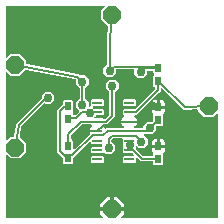
<source format=gbr>
G04 EAGLE Gerber RS-274X export*
G75*
%MOMM*%
%FSLAX34Y34*%
%LPD*%
%INTop Copper*%
%IPPOS*%
%AMOC8*
5,1,8,0,0,1.08239X$1,22.5*%
G01*
%ADD10R,0.550000X0.705600*%
%ADD11R,0.558800X0.711200*%
%ADD12R,0.812800X0.254000*%
%ADD13P,1.649562X8X22.500000*%
%ADD14C,0.152400*%
%ADD15C,0.756400*%

G36*
X91703Y10172D02*
X91703Y10172D01*
X91774Y10174D01*
X91823Y10192D01*
X91875Y10200D01*
X91938Y10234D01*
X92005Y10259D01*
X92046Y10291D01*
X92092Y10316D01*
X92142Y10368D01*
X92198Y10412D01*
X92226Y10456D01*
X92262Y10494D01*
X92292Y10559D01*
X92331Y10619D01*
X92343Y10670D01*
X92365Y10717D01*
X92373Y10788D01*
X92391Y10858D01*
X92387Y10910D01*
X92392Y10961D01*
X92377Y11032D01*
X92371Y11103D01*
X92351Y11151D01*
X92340Y11202D01*
X92303Y11263D01*
X92275Y11329D01*
X92230Y11385D01*
X92214Y11413D01*
X92196Y11428D01*
X92170Y11460D01*
X89839Y13791D01*
X89839Y16477D01*
X99238Y16477D01*
X99258Y16480D01*
X99277Y16478D01*
X99379Y16500D01*
X99481Y16517D01*
X99498Y16526D01*
X99518Y16530D01*
X99607Y16583D01*
X99698Y16632D01*
X99712Y16646D01*
X99729Y16656D01*
X99796Y16735D01*
X99867Y16810D01*
X99876Y16828D01*
X99889Y16843D01*
X99927Y16939D01*
X99971Y17033D01*
X99973Y17053D01*
X99981Y17071D01*
X99999Y17238D01*
X99999Y18001D01*
X100001Y18001D01*
X100001Y17238D01*
X100004Y17218D01*
X100002Y17199D01*
X100024Y17097D01*
X100041Y16995D01*
X100050Y16978D01*
X100054Y16958D01*
X100107Y16869D01*
X100156Y16778D01*
X100170Y16764D01*
X100180Y16747D01*
X100259Y16680D01*
X100334Y16609D01*
X100352Y16600D01*
X100367Y16587D01*
X100463Y16548D01*
X100557Y16505D01*
X100577Y16503D01*
X100595Y16495D01*
X100762Y16477D01*
X110161Y16477D01*
X110161Y13791D01*
X107830Y11460D01*
X107788Y11402D01*
X107738Y11350D01*
X107717Y11303D01*
X107686Y11261D01*
X107665Y11192D01*
X107635Y11127D01*
X107629Y11075D01*
X107614Y11025D01*
X107616Y10954D01*
X107608Y10883D01*
X107619Y10832D01*
X107620Y10780D01*
X107645Y10712D01*
X107660Y10642D01*
X107687Y10597D01*
X107705Y10549D01*
X107749Y10493D01*
X107786Y10431D01*
X107826Y10397D01*
X107858Y10357D01*
X107919Y10318D01*
X107973Y10271D01*
X108021Y10252D01*
X108065Y10224D01*
X108135Y10206D01*
X108201Y10179D01*
X108273Y10171D01*
X108304Y10163D01*
X108327Y10165D01*
X108368Y10161D01*
X189078Y10161D01*
X189098Y10164D01*
X189117Y10162D01*
X189219Y10184D01*
X189321Y10200D01*
X189338Y10210D01*
X189358Y10214D01*
X189447Y10267D01*
X189538Y10316D01*
X189552Y10330D01*
X189569Y10340D01*
X189636Y10419D01*
X189708Y10494D01*
X189716Y10512D01*
X189729Y10527D01*
X189768Y10623D01*
X189811Y10717D01*
X189813Y10737D01*
X189821Y10755D01*
X189839Y10922D01*
X189839Y98069D01*
X189828Y98140D01*
X189826Y98211D01*
X189808Y98260D01*
X189800Y98312D01*
X189766Y98375D01*
X189741Y98442D01*
X189709Y98483D01*
X189684Y98529D01*
X189632Y98578D01*
X189588Y98634D01*
X189544Y98663D01*
X189506Y98698D01*
X189441Y98729D01*
X189381Y98767D01*
X189330Y98780D01*
X189283Y98802D01*
X189212Y98810D01*
X189142Y98827D01*
X189090Y98823D01*
X189039Y98829D01*
X188968Y98814D01*
X188897Y98808D01*
X188849Y98788D01*
X188798Y98777D01*
X188737Y98740D01*
X188671Y98712D01*
X188615Y98667D01*
X188587Y98651D01*
X188572Y98633D01*
X188540Y98607D01*
X185788Y95855D01*
X178212Y95855D01*
X172855Y101212D01*
X172855Y101457D01*
X172849Y101495D01*
X172851Y101534D01*
X172829Y101616D01*
X172816Y101700D01*
X172797Y101734D01*
X172787Y101771D01*
X172740Y101842D01*
X172700Y101917D01*
X172672Y101944D01*
X172651Y101976D01*
X172584Y102028D01*
X172522Y102086D01*
X172487Y102103D01*
X172456Y102127D01*
X172376Y102154D01*
X172299Y102190D01*
X172260Y102194D01*
X172224Y102207D01*
X172056Y102217D01*
X163126Y101774D01*
X163055Y101759D01*
X162982Y101753D01*
X162935Y101733D01*
X162885Y101723D01*
X162870Y101713D01*
X161915Y101713D01*
X161900Y101711D01*
X161877Y101712D01*
X160939Y101666D01*
X160276Y102329D01*
X160264Y102338D01*
X160248Y102355D01*
X159531Y103005D01*
X159524Y103016D01*
X159496Y103083D01*
X159452Y103138D01*
X159436Y103165D01*
X159418Y103181D01*
X159391Y103214D01*
X142586Y120019D01*
X142528Y120061D01*
X142476Y120110D01*
X142429Y120132D01*
X142387Y120162D01*
X142318Y120183D01*
X142253Y120214D01*
X142201Y120219D01*
X142151Y120235D01*
X142080Y120233D01*
X142009Y120241D01*
X141958Y120230D01*
X141906Y120228D01*
X141838Y120204D01*
X141768Y120189D01*
X141723Y120162D01*
X141675Y120144D01*
X141619Y120099D01*
X141557Y120062D01*
X141523Y120023D01*
X141483Y119990D01*
X141444Y119930D01*
X141397Y119875D01*
X141378Y119827D01*
X141350Y119783D01*
X141332Y119714D01*
X141305Y119647D01*
X141297Y119576D01*
X141289Y119545D01*
X141291Y119521D01*
X141287Y119481D01*
X141287Y118053D01*
X139724Y116490D01*
X134306Y111073D01*
X134292Y111053D01*
X134274Y111038D01*
X134221Y110954D01*
X134163Y110873D01*
X134156Y110850D01*
X134143Y110829D01*
X134120Y110733D01*
X134091Y110638D01*
X134091Y110614D01*
X134086Y110590D01*
X134094Y110491D01*
X134097Y110392D01*
X134105Y110369D01*
X134107Y110345D01*
X134147Y110254D01*
X134181Y110161D01*
X134196Y110142D01*
X134206Y110120D01*
X134273Y110046D01*
X134335Y109969D01*
X134355Y109956D01*
X134372Y109938D01*
X134458Y109890D01*
X134542Y109836D01*
X134565Y109830D01*
X134586Y109818D01*
X134684Y109800D01*
X134780Y109776D01*
X134805Y109778D01*
X134828Y109773D01*
X134927Y109787D01*
X135026Y109795D01*
X135048Y109804D01*
X135072Y109808D01*
X135225Y109875D01*
X135569Y110074D01*
X136216Y110247D01*
X137926Y110247D01*
X137926Y105552D01*
X134009Y105552D01*
X134009Y108040D01*
X134182Y108687D01*
X134381Y109031D01*
X134390Y109053D01*
X134404Y109073D01*
X134433Y109168D01*
X134468Y109261D01*
X134469Y109285D01*
X134476Y109308D01*
X134473Y109407D01*
X134477Y109507D01*
X134470Y109530D01*
X134470Y109554D01*
X134435Y109647D01*
X134407Y109742D01*
X134393Y109762D01*
X134385Y109785D01*
X134323Y109862D01*
X134266Y109944D01*
X134246Y109958D01*
X134231Y109977D01*
X134148Y110031D01*
X134068Y110089D01*
X134045Y110097D01*
X134025Y110110D01*
X133928Y110134D01*
X133833Y110164D01*
X133809Y110164D01*
X133786Y110170D01*
X133687Y110162D01*
X133587Y110161D01*
X133565Y110153D01*
X133541Y110151D01*
X133449Y110112D01*
X133356Y110079D01*
X133337Y110064D01*
X133314Y110054D01*
X133183Y109950D01*
X120947Y97713D01*
X120281Y97713D01*
X120191Y97699D01*
X120100Y97691D01*
X120070Y97679D01*
X120038Y97674D01*
X119957Y97631D01*
X119874Y97595D01*
X119841Y97569D01*
X119821Y97558D01*
X119813Y97550D01*
X119812Y97550D01*
X119797Y97534D01*
X119743Y97490D01*
X119231Y96978D01*
X119178Y96950D01*
X119161Y96933D01*
X119141Y96920D01*
X119077Y96844D01*
X119009Y96772D01*
X118998Y96750D01*
X118983Y96732D01*
X118947Y96639D01*
X118905Y96549D01*
X118902Y96525D01*
X118894Y96503D01*
X118889Y96403D01*
X118878Y96305D01*
X118883Y96281D01*
X118882Y96257D01*
X118909Y96162D01*
X118930Y96064D01*
X118943Y96043D01*
X118949Y96020D01*
X119005Y95939D01*
X119056Y95853D01*
X119075Y95837D01*
X119088Y95818D01*
X119168Y95758D01*
X119243Y95693D01*
X119266Y95684D01*
X119285Y95670D01*
X119441Y95609D01*
X119707Y95538D01*
X120286Y95203D01*
X120759Y94730D01*
X121094Y94151D01*
X121267Y93504D01*
X121267Y92661D01*
X114662Y92661D01*
X108057Y92661D01*
X108057Y93504D01*
X108230Y94151D01*
X108565Y94730D01*
X109038Y95203D01*
X109617Y95538D01*
X109883Y95609D01*
X109905Y95619D01*
X109929Y95623D01*
X110016Y95669D01*
X110107Y95710D01*
X110125Y95726D01*
X110146Y95738D01*
X110214Y95809D01*
X110287Y95877D01*
X110299Y95898D01*
X110315Y95916D01*
X110357Y96006D01*
X110405Y96093D01*
X110409Y96117D01*
X110419Y96139D01*
X110430Y96238D01*
X110447Y96336D01*
X110443Y96360D01*
X110446Y96383D01*
X110425Y96480D01*
X110410Y96579D01*
X110399Y96600D01*
X110394Y96624D01*
X110343Y96709D01*
X110297Y96798D01*
X110280Y96814D01*
X110268Y96835D01*
X110192Y96900D01*
X110121Y96969D01*
X110099Y96979D01*
X110081Y96995D01*
X110074Y96998D01*
X109073Y97998D01*
X109073Y101802D01*
X109966Y102695D01*
X119145Y102695D01*
X119236Y102709D01*
X119326Y102717D01*
X119356Y102729D01*
X119388Y102734D01*
X119469Y102777D01*
X119553Y102813D01*
X119585Y102839D01*
X119606Y102850D01*
X119628Y102873D01*
X119684Y102918D01*
X136490Y119724D01*
X136543Y119798D01*
X136603Y119868D01*
X136615Y119898D01*
X136634Y119924D01*
X136661Y120011D01*
X136695Y120096D01*
X136699Y120137D01*
X136706Y120159D01*
X136705Y120191D01*
X136713Y120263D01*
X136713Y120697D01*
X136710Y120717D01*
X136712Y120736D01*
X136690Y120838D01*
X136674Y120940D01*
X136664Y120957D01*
X136660Y120977D01*
X136607Y121066D01*
X136558Y121157D01*
X136544Y121171D01*
X136534Y121188D01*
X136455Y121255D01*
X136380Y121327D01*
X136362Y121335D01*
X136347Y121348D01*
X136251Y121387D01*
X136157Y121430D01*
X136137Y121432D01*
X136119Y121440D01*
X135952Y121458D01*
X135874Y121458D01*
X134981Y122351D01*
X134981Y130727D01*
X135520Y131266D01*
X135573Y131340D01*
X135633Y131409D01*
X135645Y131439D01*
X135664Y131465D01*
X135691Y131552D01*
X135725Y131637D01*
X135729Y131678D01*
X135736Y131700D01*
X135735Y131733D01*
X135743Y131804D01*
X135743Y132196D01*
X135729Y132286D01*
X135721Y132377D01*
X135709Y132407D01*
X135704Y132439D01*
X135661Y132520D01*
X135625Y132603D01*
X135599Y132636D01*
X135588Y132656D01*
X135565Y132678D01*
X135520Y132734D01*
X134981Y133273D01*
X134981Y134413D01*
X134978Y134433D01*
X134980Y134452D01*
X134958Y134554D01*
X134942Y134656D01*
X134932Y134673D01*
X134928Y134693D01*
X134875Y134782D01*
X134826Y134873D01*
X134812Y134887D01*
X134802Y134904D01*
X134723Y134971D01*
X134648Y135043D01*
X134630Y135051D01*
X134615Y135064D01*
X134519Y135103D01*
X134425Y135146D01*
X134405Y135148D01*
X134387Y135156D01*
X134220Y135174D01*
X130277Y135174D01*
X130258Y135171D01*
X130238Y135173D01*
X130137Y135151D01*
X130034Y135135D01*
X130017Y135125D01*
X129997Y135121D01*
X129908Y135068D01*
X129817Y135019D01*
X129803Y135005D01*
X129786Y134995D01*
X129719Y134916D01*
X129648Y134841D01*
X129639Y134823D01*
X129626Y134808D01*
X129588Y134712D01*
X129544Y134618D01*
X129542Y134598D01*
X129534Y134580D01*
X129516Y134413D01*
X129516Y131593D01*
X126407Y128484D01*
X122011Y128484D01*
X118903Y131593D01*
X118903Y135474D01*
X118899Y135494D01*
X118901Y135513D01*
X118879Y135615D01*
X118863Y135717D01*
X118853Y135734D01*
X118849Y135754D01*
X118796Y135843D01*
X118748Y135934D01*
X118733Y135948D01*
X118723Y135965D01*
X118644Y136032D01*
X118569Y136104D01*
X118551Y136112D01*
X118536Y136125D01*
X118440Y136164D01*
X118346Y136207D01*
X118327Y136209D01*
X118308Y136217D01*
X118141Y136235D01*
X104077Y136235D01*
X104057Y136232D01*
X104038Y136234D01*
X103936Y136212D01*
X103834Y136196D01*
X103817Y136186D01*
X103797Y136182D01*
X103708Y136129D01*
X103617Y136080D01*
X103603Y136066D01*
X103586Y136056D01*
X103519Y135977D01*
X103447Y135902D01*
X103439Y135884D01*
X103426Y135869D01*
X103387Y135773D01*
X103344Y135679D01*
X103342Y135659D01*
X103334Y135641D01*
X103316Y135474D01*
X103316Y132802D01*
X100207Y129693D01*
X95811Y129693D01*
X92702Y132802D01*
X92702Y137198D01*
X95499Y139995D01*
X95552Y140069D01*
X95612Y140139D01*
X95624Y140169D01*
X95643Y140195D01*
X95670Y140282D01*
X95704Y140367D01*
X95708Y140408D01*
X95715Y140430D01*
X95714Y140462D01*
X95722Y140533D01*
X95722Y160920D01*
X95721Y160927D01*
X95721Y160928D01*
X95720Y160931D01*
X95714Y160973D01*
X95715Y161027D01*
X95694Y161094D01*
X95683Y161163D01*
X95657Y161211D01*
X95641Y161262D01*
X95637Y161268D01*
X95719Y162085D01*
X95717Y162112D01*
X95722Y162161D01*
X95722Y162994D01*
X95725Y162999D01*
X95766Y163056D01*
X95782Y163107D01*
X95807Y163155D01*
X95829Y163263D01*
X95838Y163291D01*
X95838Y163302D01*
X95841Y163319D01*
X96708Y172019D01*
X96704Y172076D01*
X96711Y172133D01*
X96697Y172198D01*
X96692Y172264D01*
X96671Y172317D01*
X96658Y172374D01*
X96624Y172431D01*
X96599Y172492D01*
X96562Y172535D01*
X96532Y172585D01*
X96482Y172628D01*
X96439Y172678D01*
X96389Y172707D01*
X96345Y172745D01*
X96307Y172760D01*
X90855Y178212D01*
X90855Y185788D01*
X93607Y188540D01*
X93649Y188598D01*
X93698Y188650D01*
X93720Y188697D01*
X93751Y188739D01*
X93772Y188808D01*
X93802Y188873D01*
X93808Y188925D01*
X93823Y188975D01*
X93821Y189046D01*
X93829Y189117D01*
X93818Y189168D01*
X93817Y189220D01*
X93792Y189288D01*
X93777Y189358D01*
X93750Y189403D01*
X93732Y189451D01*
X93687Y189507D01*
X93651Y189569D01*
X93611Y189603D01*
X93579Y189643D01*
X93518Y189682D01*
X93464Y189729D01*
X93415Y189748D01*
X93372Y189776D01*
X93302Y189794D01*
X93236Y189821D01*
X93164Y189829D01*
X93133Y189837D01*
X93110Y189835D01*
X93069Y189839D01*
X10922Y189839D01*
X10902Y189836D01*
X10883Y189838D01*
X10781Y189816D01*
X10679Y189800D01*
X10662Y189790D01*
X10642Y189786D01*
X10553Y189733D01*
X10462Y189684D01*
X10448Y189670D01*
X10431Y189660D01*
X10364Y189581D01*
X10292Y189506D01*
X10284Y189488D01*
X10271Y189473D01*
X10232Y189377D01*
X10189Y189283D01*
X10187Y189263D01*
X10179Y189245D01*
X10161Y189078D01*
X10161Y146931D01*
X10172Y146860D01*
X10174Y146789D01*
X10192Y146740D01*
X10200Y146688D01*
X10234Y146625D01*
X10259Y146558D01*
X10291Y146517D01*
X10316Y146471D01*
X10368Y146422D01*
X10412Y146366D01*
X10456Y146337D01*
X10494Y146302D01*
X10559Y146271D01*
X10619Y146233D01*
X10670Y146220D01*
X10717Y146198D01*
X10788Y146190D01*
X10858Y146173D01*
X10910Y146177D01*
X10961Y146171D01*
X11032Y146186D01*
X11103Y146192D01*
X11151Y146212D01*
X11202Y146223D01*
X11263Y146260D01*
X11329Y146288D01*
X11385Y146333D01*
X11413Y146349D01*
X11428Y146367D01*
X11460Y146393D01*
X14212Y149145D01*
X21788Y149145D01*
X27145Y143788D01*
X27145Y141223D01*
X27156Y141152D01*
X27158Y141080D01*
X27176Y141031D01*
X27184Y140980D01*
X27218Y140917D01*
X27243Y140849D01*
X27275Y140809D01*
X27300Y140763D01*
X27352Y140713D01*
X27397Y140657D01*
X27440Y140629D01*
X27478Y140593D01*
X27543Y140563D01*
X27604Y140524D01*
X27672Y140503D01*
X27701Y140490D01*
X27724Y140487D01*
X27764Y140475D01*
X70852Y132300D01*
X70880Y132299D01*
X70994Y132287D01*
X71654Y132287D01*
X71660Y132281D01*
X71676Y132269D01*
X71689Y132254D01*
X71776Y132198D01*
X71859Y132138D01*
X71879Y132132D01*
X71896Y132121D01*
X72056Y132072D01*
X72064Y132070D01*
X72436Y131524D01*
X72455Y131504D01*
X72464Y131493D01*
X72478Y131470D01*
X72492Y131457D01*
X72527Y131414D01*
X72704Y131237D01*
X72778Y131184D01*
X72848Y131124D01*
X72878Y131112D01*
X72904Y131093D01*
X72991Y131066D01*
X73076Y131032D01*
X73117Y131028D01*
X73139Y131021D01*
X73171Y131022D01*
X73242Y131014D01*
X77198Y131014D01*
X80307Y127905D01*
X80307Y123509D01*
X77510Y120712D01*
X77457Y120638D01*
X77397Y120568D01*
X77385Y120538D01*
X77366Y120512D01*
X77339Y120425D01*
X77305Y120340D01*
X77301Y120299D01*
X77294Y120277D01*
X77295Y120245D01*
X77287Y120174D01*
X77287Y111601D01*
X77301Y111511D01*
X77309Y111420D01*
X77321Y111391D01*
X77326Y111359D01*
X77369Y111278D01*
X77405Y111194D01*
X77431Y111162D01*
X77442Y111141D01*
X77465Y111119D01*
X77510Y111063D01*
X80307Y108266D01*
X80307Y105472D01*
X80310Y105452D01*
X80308Y105432D01*
X80330Y105331D01*
X80346Y105229D01*
X80356Y105211D01*
X80360Y105192D01*
X80413Y105103D01*
X80462Y105011D01*
X80476Y104998D01*
X80486Y104981D01*
X80565Y104913D01*
X80640Y104842D01*
X80658Y104834D01*
X80673Y104821D01*
X80769Y104782D01*
X80863Y104738D01*
X80883Y104736D01*
X80901Y104729D01*
X81068Y104710D01*
X81600Y104710D01*
X81670Y104722D01*
X81742Y104724D01*
X81791Y104742D01*
X81842Y104750D01*
X81906Y104784D01*
X81973Y104808D01*
X82014Y104841D01*
X82060Y104865D01*
X82109Y104917D01*
X82165Y104962D01*
X82193Y105006D01*
X82229Y105044D01*
X82259Y105109D01*
X82298Y105169D01*
X82311Y105219D01*
X82333Y105267D01*
X82341Y105338D01*
X82358Y105407D01*
X82354Y105459D01*
X82360Y105511D01*
X82345Y105581D01*
X82339Y105653D01*
X82319Y105701D01*
X82308Y105751D01*
X82271Y105813D01*
X82243Y105879D01*
X82198Y105935D01*
X82181Y105963D01*
X82164Y105978D01*
X82149Y105996D01*
X82149Y109802D01*
X83042Y110695D01*
X92434Y110695D01*
X93327Y109802D01*
X93327Y105998D01*
X92434Y105105D01*
X84829Y105105D01*
X84758Y105094D01*
X84687Y105092D01*
X84638Y105074D01*
X84586Y105066D01*
X84523Y105032D01*
X84456Y105007D01*
X84415Y104975D01*
X84369Y104950D01*
X84320Y104898D01*
X84264Y104854D01*
X84235Y104810D01*
X84200Y104772D01*
X84169Y104707D01*
X84131Y104647D01*
X84118Y104596D01*
X84096Y104549D01*
X84088Y104478D01*
X84070Y104408D01*
X84075Y104356D01*
X84069Y104305D01*
X84084Y104234D01*
X84090Y104163D01*
X84110Y104115D01*
X84121Y104064D01*
X84158Y104003D01*
X84186Y103937D01*
X84231Y103881D01*
X84247Y103853D01*
X84265Y103838D01*
X84291Y103806D01*
X85179Y102918D01*
X85253Y102865D01*
X85322Y102805D01*
X85352Y102793D01*
X85379Y102774D01*
X85466Y102747D01*
X85550Y102713D01*
X85591Y102709D01*
X85614Y102702D01*
X85646Y102703D01*
X85717Y102695D01*
X92434Y102695D01*
X93327Y101802D01*
X93327Y97998D01*
X92434Y97105D01*
X86710Y97105D01*
X86620Y97091D01*
X86529Y97083D01*
X86499Y97071D01*
X86467Y97066D01*
X86387Y97023D01*
X86303Y96987D01*
X86270Y96961D01*
X86250Y96950D01*
X86228Y96927D01*
X86172Y96882D01*
X85283Y95994D01*
X85242Y95936D01*
X85192Y95884D01*
X85170Y95837D01*
X85140Y95795D01*
X85119Y95726D01*
X85089Y95661D01*
X85083Y95609D01*
X85068Y95559D01*
X85069Y95488D01*
X85062Y95417D01*
X85073Y95366D01*
X85074Y95314D01*
X85099Y95246D01*
X85114Y95176D01*
X85141Y95131D01*
X85158Y95083D01*
X85203Y95027D01*
X85240Y94965D01*
X85280Y94931D01*
X85312Y94891D01*
X85372Y94852D01*
X85427Y94805D01*
X85475Y94786D01*
X85519Y94758D01*
X85589Y94740D01*
X85655Y94713D01*
X85726Y94705D01*
X85758Y94697D01*
X85781Y94699D01*
X85822Y94695D01*
X92434Y94695D01*
X92719Y94410D01*
X92793Y94356D01*
X92862Y94297D01*
X92892Y94285D01*
X92918Y94266D01*
X93005Y94239D01*
X93090Y94205D01*
X93131Y94201D01*
X93153Y94194D01*
X93186Y94195D01*
X93257Y94187D01*
X93737Y94187D01*
X93828Y94201D01*
X93918Y94209D01*
X93948Y94221D01*
X93980Y94226D01*
X94061Y94269D01*
X94145Y94305D01*
X94177Y94331D01*
X94198Y94342D01*
X94220Y94365D01*
X94276Y94410D01*
X97490Y97624D01*
X97543Y97698D01*
X97603Y97768D01*
X97615Y97798D01*
X97634Y97824D01*
X97661Y97911D01*
X97695Y97996D01*
X97699Y98037D01*
X97706Y98059D01*
X97705Y98091D01*
X97713Y98163D01*
X97713Y117121D01*
X97699Y117211D01*
X97691Y117302D01*
X97679Y117332D01*
X97674Y117364D01*
X97631Y117445D01*
X97595Y117529D01*
X97569Y117561D01*
X97558Y117581D01*
X97535Y117604D01*
X97490Y117660D01*
X95148Y120002D01*
X95148Y124398D01*
X98257Y127507D01*
X102653Y127507D01*
X105762Y124398D01*
X105762Y120002D01*
X102510Y116750D01*
X102457Y116676D01*
X102397Y116607D01*
X102385Y116576D01*
X102366Y116550D01*
X102339Y116463D01*
X102305Y116378D01*
X102301Y116338D01*
X102294Y116315D01*
X102295Y116283D01*
X102287Y116212D01*
X102287Y95953D01*
X95947Y89613D01*
X93257Y89613D01*
X93167Y89599D01*
X93076Y89591D01*
X93046Y89579D01*
X93014Y89574D01*
X92934Y89531D01*
X92850Y89495D01*
X92817Y89469D01*
X92797Y89458D01*
X92775Y89435D01*
X92719Y89390D01*
X92306Y88978D01*
X92254Y88950D01*
X92238Y88933D01*
X92217Y88920D01*
X92153Y88844D01*
X92085Y88772D01*
X92075Y88750D01*
X92059Y88732D01*
X92023Y88639D01*
X91981Y88549D01*
X91978Y88525D01*
X91970Y88503D01*
X91965Y88403D01*
X91954Y88305D01*
X91959Y88281D01*
X91958Y88257D01*
X91985Y88161D01*
X92006Y88064D01*
X92019Y88043D01*
X92025Y88020D01*
X92081Y87938D01*
X92132Y87853D01*
X92151Y87837D01*
X92164Y87818D01*
X92244Y87758D01*
X92319Y87693D01*
X92342Y87684D01*
X92361Y87670D01*
X92517Y87609D01*
X92783Y87538D01*
X93362Y87203D01*
X93835Y86730D01*
X94095Y86279D01*
X94171Y86187D01*
X94245Y86095D01*
X94248Y86092D01*
X94251Y86089D01*
X94352Y86026D01*
X94452Y85962D01*
X94456Y85961D01*
X94459Y85958D01*
X94575Y85931D01*
X94690Y85902D01*
X94694Y85902D01*
X94698Y85901D01*
X94817Y85911D01*
X94936Y85921D01*
X94939Y85922D01*
X94943Y85923D01*
X95052Y85970D01*
X95162Y86017D01*
X95166Y86020D01*
X95169Y86021D01*
X95179Y86031D01*
X95293Y86122D01*
X95358Y86187D01*
X109143Y86187D01*
X109233Y86201D01*
X109324Y86209D01*
X109354Y86221D01*
X109386Y86226D01*
X109467Y86269D01*
X109550Y86305D01*
X109583Y86331D01*
X109603Y86342D01*
X109625Y86365D01*
X109681Y86410D01*
X110094Y86822D01*
X110146Y86850D01*
X110162Y86867D01*
X110183Y86880D01*
X110247Y86956D01*
X110315Y87028D01*
X110325Y87050D01*
X110341Y87068D01*
X110377Y87161D01*
X110419Y87251D01*
X110421Y87275D01*
X110430Y87297D01*
X110435Y87397D01*
X110446Y87495D01*
X110441Y87519D01*
X110442Y87543D01*
X110415Y87639D01*
X110394Y87736D01*
X110381Y87757D01*
X110375Y87780D01*
X110318Y87862D01*
X110267Y87947D01*
X110249Y87963D01*
X110236Y87982D01*
X110156Y88042D01*
X110081Y88107D01*
X110058Y88116D01*
X110039Y88130D01*
X109883Y88191D01*
X109617Y88262D01*
X109038Y88597D01*
X108565Y89070D01*
X108230Y89649D01*
X108057Y90295D01*
X108057Y91139D01*
X114662Y91139D01*
X121267Y91139D01*
X121267Y90295D01*
X121094Y89649D01*
X120759Y89070D01*
X120286Y88597D01*
X119707Y88262D01*
X119441Y88191D01*
X119419Y88181D01*
X119396Y88177D01*
X119308Y88131D01*
X119217Y88090D01*
X119199Y88074D01*
X119178Y88062D01*
X119110Y87991D01*
X119037Y87923D01*
X119025Y87902D01*
X119009Y87884D01*
X118967Y87794D01*
X118920Y87707D01*
X118915Y87683D01*
X118905Y87661D01*
X118894Y87562D01*
X118877Y87464D01*
X118881Y87440D01*
X118878Y87417D01*
X118899Y87320D01*
X118914Y87221D01*
X118925Y87200D01*
X118930Y87176D01*
X118981Y87091D01*
X119027Y87002D01*
X119044Y86986D01*
X119057Y86965D01*
X119132Y86900D01*
X119203Y86831D01*
X119225Y86821D01*
X119243Y86805D01*
X119250Y86803D01*
X119643Y86410D01*
X119717Y86357D01*
X119786Y86297D01*
X119816Y86285D01*
X119842Y86266D01*
X119929Y86239D01*
X120014Y86205D01*
X120055Y86201D01*
X120077Y86194D01*
X120110Y86195D01*
X120181Y86187D01*
X125932Y86187D01*
X125952Y86190D01*
X125971Y86188D01*
X126073Y86210D01*
X126175Y86226D01*
X126192Y86236D01*
X126212Y86240D01*
X126301Y86293D01*
X126392Y86342D01*
X126406Y86356D01*
X126423Y86366D01*
X126490Y86445D01*
X126562Y86520D01*
X126570Y86538D01*
X126583Y86553D01*
X126622Y86649D01*
X126665Y86743D01*
X126667Y86763D01*
X126675Y86781D01*
X126693Y86948D01*
X126693Y88520D01*
X129802Y91629D01*
X133757Y91629D01*
X133848Y91643D01*
X133938Y91651D01*
X133968Y91663D01*
X134000Y91668D01*
X134081Y91711D01*
X134165Y91747D01*
X134197Y91773D01*
X134218Y91784D01*
X134240Y91807D01*
X134296Y91852D01*
X134802Y92358D01*
X134855Y92432D01*
X134915Y92502D01*
X134927Y92532D01*
X134946Y92558D01*
X134973Y92645D01*
X135007Y92730D01*
X135011Y92771D01*
X135018Y92793D01*
X135017Y92825D01*
X135025Y92897D01*
X135025Y97836D01*
X135030Y97843D01*
X135036Y97862D01*
X135047Y97879D01*
X135073Y97979D01*
X135103Y98078D01*
X135102Y98098D01*
X135107Y98117D01*
X135099Y98220D01*
X135097Y98324D01*
X135090Y98343D01*
X135088Y98363D01*
X135048Y98458D01*
X135012Y98555D01*
X135000Y98571D01*
X134992Y98589D01*
X134887Y98720D01*
X134517Y99090D01*
X134182Y99669D01*
X134009Y100316D01*
X134009Y102804D01*
X138687Y102804D01*
X138706Y102807D01*
X138726Y102805D01*
X138828Y102827D01*
X138930Y102843D01*
X138947Y102853D01*
X138967Y102857D01*
X139056Y102910D01*
X139147Y102959D01*
X139161Y102973D01*
X139178Y102983D01*
X139245Y103062D01*
X139299Y103119D01*
X139307Y103105D01*
X139321Y103091D01*
X139331Y103074D01*
X139410Y103007D01*
X139485Y102935D01*
X139503Y102927D01*
X139518Y102914D01*
X139615Y102875D01*
X139708Y102832D01*
X139728Y102830D01*
X139746Y102822D01*
X139913Y102804D01*
X144591Y102804D01*
X144591Y100316D01*
X144418Y99669D01*
X144083Y99090D01*
X143713Y98720D01*
X143701Y98704D01*
X143686Y98691D01*
X143630Y98604D01*
X143569Y98520D01*
X143564Y98501D01*
X143553Y98484D01*
X143527Y98384D01*
X143497Y98285D01*
X143498Y98265D01*
X143493Y98246D01*
X143501Y98143D01*
X143503Y98039D01*
X143510Y98020D01*
X143512Y98000D01*
X143552Y97905D01*
X143575Y97844D01*
X143575Y89462D01*
X142682Y88569D01*
X138068Y88569D01*
X138048Y88566D01*
X138029Y88568D01*
X137927Y88546D01*
X137825Y88530D01*
X137808Y88520D01*
X137788Y88516D01*
X137699Y88463D01*
X137608Y88414D01*
X137594Y88400D01*
X137577Y88390D01*
X137510Y88311D01*
X137438Y88236D01*
X137430Y88218D01*
X137417Y88203D01*
X137378Y88107D01*
X137335Y88013D01*
X137333Y87993D01*
X137325Y87975D01*
X137307Y87808D01*
X137307Y84124D01*
X134198Y81015D01*
X129802Y81015D01*
X129427Y81390D01*
X129353Y81443D01*
X129283Y81503D01*
X129253Y81515D01*
X129227Y81534D01*
X129140Y81561D01*
X129055Y81595D01*
X129014Y81599D01*
X128992Y81606D01*
X128960Y81605D01*
X128889Y81613D01*
X127729Y81613D01*
X127659Y81602D01*
X127587Y81600D01*
X127538Y81582D01*
X127487Y81574D01*
X127423Y81540D01*
X127356Y81515D01*
X127315Y81483D01*
X127269Y81458D01*
X127220Y81406D01*
X127164Y81362D01*
X127136Y81318D01*
X127100Y81280D01*
X127070Y81215D01*
X127031Y81155D01*
X127018Y81104D01*
X126996Y81057D01*
X126988Y80986D01*
X126971Y80916D01*
X126975Y80864D01*
X126969Y80813D01*
X126984Y80742D01*
X126990Y80671D01*
X127010Y80623D01*
X127021Y80572D01*
X127058Y80511D01*
X127086Y80445D01*
X127131Y80389D01*
X127148Y80361D01*
X127165Y80346D01*
X127191Y80314D01*
X130307Y77198D01*
X130307Y72802D01*
X127198Y69693D01*
X122802Y69693D01*
X121644Y70851D01*
X121586Y70893D01*
X121534Y70942D01*
X121487Y70964D01*
X121445Y70994D01*
X121376Y71016D01*
X121311Y71046D01*
X121259Y71051D01*
X121209Y71067D01*
X121138Y71065D01*
X121067Y71073D01*
X121016Y71062D01*
X120964Y71060D01*
X120896Y71036D01*
X120826Y71021D01*
X120781Y70994D01*
X120733Y70976D01*
X120677Y70931D01*
X120615Y70894D01*
X120581Y70855D01*
X120541Y70822D01*
X120502Y70762D01*
X120455Y70707D01*
X120436Y70659D01*
X120408Y70615D01*
X120390Y70546D01*
X120376Y70512D01*
X120373Y70504D01*
X120373Y70503D01*
X120363Y70479D01*
X120355Y70408D01*
X120347Y70377D01*
X120349Y70354D01*
X120345Y70313D01*
X120345Y69650D01*
X120333Y69634D01*
X120327Y69615D01*
X120316Y69598D01*
X120291Y69498D01*
X120261Y69399D01*
X120261Y69379D01*
X120256Y69360D01*
X120264Y69257D01*
X120267Y69153D01*
X120274Y69134D01*
X120276Y69115D01*
X120316Y69020D01*
X120352Y68922D01*
X120364Y68906D01*
X120372Y68888D01*
X120477Y68757D01*
X126202Y63032D01*
X126276Y62979D01*
X126346Y62919D01*
X126376Y62907D01*
X126402Y62888D01*
X126489Y62861D01*
X126574Y62827D01*
X126615Y62823D01*
X126637Y62816D01*
X126669Y62817D01*
X126741Y62809D01*
X134264Y62809D01*
X134284Y62812D01*
X134303Y62810D01*
X134405Y62832D01*
X134507Y62848D01*
X134524Y62858D01*
X134544Y62862D01*
X134633Y62915D01*
X134724Y62964D01*
X134738Y62978D01*
X134755Y62988D01*
X134822Y63067D01*
X134894Y63142D01*
X134902Y63160D01*
X134915Y63175D01*
X134954Y63271D01*
X134997Y63365D01*
X134999Y63385D01*
X135007Y63403D01*
X135025Y63570D01*
X135025Y64736D01*
X135030Y64743D01*
X135036Y64762D01*
X135047Y64779D01*
X135073Y64879D01*
X135103Y64978D01*
X135102Y64998D01*
X135107Y65017D01*
X135099Y65120D01*
X135097Y65224D01*
X135090Y65243D01*
X135088Y65263D01*
X135048Y65358D01*
X135012Y65455D01*
X135000Y65471D01*
X134992Y65489D01*
X134887Y65620D01*
X134517Y65990D01*
X134182Y66569D01*
X134009Y67216D01*
X134009Y69704D01*
X138687Y69704D01*
X138706Y69707D01*
X138726Y69705D01*
X138828Y69727D01*
X138930Y69743D01*
X138947Y69753D01*
X138967Y69757D01*
X139056Y69810D01*
X139147Y69859D01*
X139161Y69873D01*
X139178Y69883D01*
X139245Y69962D01*
X139299Y70019D01*
X139307Y70005D01*
X139321Y69991D01*
X139331Y69974D01*
X139410Y69907D01*
X139485Y69835D01*
X139503Y69827D01*
X139518Y69814D01*
X139615Y69775D01*
X139708Y69732D01*
X139728Y69730D01*
X139746Y69722D01*
X139913Y69704D01*
X144591Y69704D01*
X144591Y67216D01*
X144418Y66569D01*
X144083Y65990D01*
X143713Y65620D01*
X143701Y65604D01*
X143686Y65591D01*
X143630Y65504D01*
X143569Y65420D01*
X143564Y65401D01*
X143553Y65384D01*
X143527Y65284D01*
X143497Y65185D01*
X143498Y65165D01*
X143493Y65146D01*
X143501Y65043D01*
X143503Y64939D01*
X143510Y64920D01*
X143512Y64900D01*
X143552Y64805D01*
X143575Y64744D01*
X143575Y56362D01*
X142682Y55469D01*
X135918Y55469D01*
X135025Y56362D01*
X135025Y57474D01*
X135022Y57494D01*
X135024Y57513D01*
X135002Y57615D01*
X134986Y57717D01*
X134976Y57734D01*
X134972Y57754D01*
X134919Y57843D01*
X134870Y57934D01*
X134856Y57948D01*
X134846Y57965D01*
X134767Y58032D01*
X134692Y58104D01*
X134674Y58112D01*
X134659Y58125D01*
X134563Y58164D01*
X134469Y58207D01*
X134449Y58209D01*
X134431Y58217D01*
X134264Y58235D01*
X124531Y58235D01*
X121550Y61216D01*
X121492Y61258D01*
X121440Y61307D01*
X121393Y61329D01*
X121351Y61359D01*
X121282Y61380D01*
X121217Y61411D01*
X121165Y61416D01*
X121115Y61432D01*
X121044Y61430D01*
X120973Y61438D01*
X120922Y61427D01*
X120870Y61425D01*
X120802Y61401D01*
X120732Y61386D01*
X120687Y61359D01*
X120639Y61341D01*
X120583Y61296D01*
X120521Y61259D01*
X120487Y61220D01*
X120447Y61187D01*
X120408Y61127D01*
X120361Y61072D01*
X120342Y61024D01*
X120314Y60980D01*
X120296Y60911D01*
X120269Y60844D01*
X120261Y60773D01*
X120253Y60742D01*
X120255Y60718D01*
X120251Y60678D01*
X120251Y57998D01*
X119358Y57105D01*
X109966Y57105D01*
X109073Y57998D01*
X109073Y61802D01*
X109966Y62695D01*
X118234Y62695D01*
X118304Y62706D01*
X118376Y62708D01*
X118425Y62726D01*
X118476Y62734D01*
X118540Y62768D01*
X118607Y62793D01*
X118648Y62825D01*
X118694Y62850D01*
X118743Y62901D01*
X118799Y62946D01*
X118827Y62990D01*
X118863Y63028D01*
X118893Y63093D01*
X118932Y63153D01*
X118945Y63204D01*
X118967Y63251D01*
X118975Y63322D01*
X118992Y63392D01*
X118988Y63444D01*
X118994Y63495D01*
X118979Y63566D01*
X118973Y63637D01*
X118953Y63685D01*
X118942Y63736D01*
X118905Y63797D01*
X118877Y63863D01*
X118832Y63919D01*
X118815Y63947D01*
X118798Y63962D01*
X118772Y63994D01*
X117884Y64882D01*
X117810Y64935D01*
X117740Y64995D01*
X117710Y65007D01*
X117684Y65026D01*
X117597Y65053D01*
X117512Y65087D01*
X117471Y65091D01*
X117449Y65098D01*
X117417Y65097D01*
X117346Y65105D01*
X109966Y65105D01*
X109073Y65998D01*
X109073Y69802D01*
X109508Y70237D01*
X109561Y70311D01*
X109621Y70380D01*
X109633Y70410D01*
X109652Y70436D01*
X109679Y70523D01*
X109713Y70608D01*
X109717Y70649D01*
X109724Y70671D01*
X109723Y70704D01*
X109731Y70775D01*
X109731Y73025D01*
X109717Y73115D01*
X109709Y73206D01*
X109697Y73236D01*
X109692Y73268D01*
X109649Y73349D01*
X109613Y73432D01*
X109587Y73465D01*
X109576Y73485D01*
X109553Y73507D01*
X109508Y73563D01*
X109073Y73998D01*
X109073Y76952D01*
X109070Y76972D01*
X109072Y76991D01*
X109050Y77093D01*
X109034Y77195D01*
X109024Y77212D01*
X109020Y77232D01*
X108967Y77321D01*
X108918Y77412D01*
X108904Y77426D01*
X108894Y77443D01*
X108815Y77510D01*
X108740Y77582D01*
X108722Y77590D01*
X108707Y77603D01*
X108611Y77642D01*
X108517Y77685D01*
X108497Y77687D01*
X108479Y77695D01*
X108312Y77713D01*
X101263Y77713D01*
X101172Y77699D01*
X101082Y77691D01*
X101052Y77679D01*
X101020Y77674D01*
X100939Y77631D01*
X100855Y77595D01*
X100823Y77569D01*
X100802Y77558D01*
X100780Y77535D01*
X100724Y77490D01*
X99618Y76384D01*
X99565Y76310D01*
X99505Y76240D01*
X99493Y76210D01*
X99474Y76184D01*
X99447Y76097D01*
X99413Y76012D01*
X99409Y75971D01*
X99402Y75949D01*
X99403Y75917D01*
X99395Y75845D01*
X99395Y75533D01*
X99409Y75443D01*
X99417Y75352D01*
X99429Y75323D01*
X99434Y75291D01*
X99477Y75210D01*
X99513Y75126D01*
X99539Y75094D01*
X99550Y75073D01*
X99573Y75051D01*
X99618Y74995D01*
X102415Y72198D01*
X102415Y67802D01*
X99306Y64693D01*
X94910Y64693D01*
X94004Y65599D01*
X93988Y65611D01*
X93975Y65626D01*
X93888Y65682D01*
X93804Y65743D01*
X93785Y65749D01*
X93768Y65759D01*
X93668Y65785D01*
X93569Y65815D01*
X93549Y65815D01*
X93530Y65819D01*
X93427Y65811D01*
X93323Y65809D01*
X93305Y65802D01*
X93285Y65800D01*
X93190Y65760D01*
X93092Y65724D01*
X93077Y65712D01*
X93058Y65704D01*
X92927Y65599D01*
X92434Y65105D01*
X83042Y65105D01*
X82149Y65998D01*
X82149Y69802D01*
X83042Y70695D01*
X91040Y70695D01*
X91060Y70698D01*
X91079Y70696D01*
X91181Y70718D01*
X91283Y70734D01*
X91300Y70744D01*
X91320Y70748D01*
X91409Y70801D01*
X91500Y70850D01*
X91514Y70864D01*
X91531Y70874D01*
X91598Y70953D01*
X91670Y71028D01*
X91678Y71046D01*
X91691Y71061D01*
X91730Y71157D01*
X91773Y71251D01*
X91775Y71271D01*
X91783Y71289D01*
X91801Y71456D01*
X91801Y72344D01*
X91798Y72364D01*
X91800Y72384D01*
X91778Y72485D01*
X91762Y72587D01*
X91752Y72604D01*
X91748Y72624D01*
X91695Y72713D01*
X91646Y72804D01*
X91632Y72818D01*
X91622Y72835D01*
X91543Y72902D01*
X91468Y72974D01*
X91450Y72982D01*
X91435Y72995D01*
X91339Y73034D01*
X91245Y73077D01*
X91225Y73079D01*
X91207Y73087D01*
X91040Y73105D01*
X83042Y73105D01*
X82117Y74031D01*
X82110Y74074D01*
X82076Y74137D01*
X82051Y74205D01*
X82019Y74245D01*
X81994Y74291D01*
X81942Y74341D01*
X81898Y74397D01*
X81854Y74425D01*
X81816Y74461D01*
X81751Y74491D01*
X81691Y74530D01*
X81640Y74542D01*
X81593Y74564D01*
X81522Y74572D01*
X81452Y74590D01*
X81400Y74586D01*
X81349Y74591D01*
X81278Y74576D01*
X81207Y74571D01*
X81159Y74550D01*
X81108Y74539D01*
X81047Y74502D01*
X80981Y74474D01*
X80925Y74430D01*
X80897Y74413D01*
X80882Y74395D01*
X80850Y74370D01*
X67642Y61161D01*
X67589Y61088D01*
X67529Y61018D01*
X67517Y60988D01*
X67498Y60962D01*
X67471Y60875D01*
X67437Y60790D01*
X67433Y60749D01*
X67426Y60727D01*
X67427Y60694D01*
X67419Y60623D01*
X67419Y56551D01*
X66526Y55658D01*
X59674Y55658D01*
X58781Y56551D01*
X58781Y60669D01*
X58767Y60760D01*
X58759Y60850D01*
X58747Y60880D01*
X58742Y60912D01*
X58699Y60993D01*
X58663Y61077D01*
X58637Y61109D01*
X58626Y61130D01*
X58603Y61152D01*
X58558Y61208D01*
X53713Y66053D01*
X53713Y101708D01*
X58558Y106553D01*
X58611Y106627D01*
X58671Y106697D01*
X58683Y106727D01*
X58702Y106753D01*
X58729Y106840D01*
X58763Y106925D01*
X58767Y106966D01*
X58774Y106988D01*
X58773Y107020D01*
X58781Y107092D01*
X58781Y108949D01*
X59674Y109842D01*
X66526Y109842D01*
X67419Y108949D01*
X67419Y100573D01*
X66880Y100034D01*
X66827Y99960D01*
X66767Y99891D01*
X66755Y99861D01*
X66736Y99835D01*
X66709Y99748D01*
X66675Y99663D01*
X66671Y99622D01*
X66664Y99600D01*
X66665Y99567D01*
X66657Y99496D01*
X66657Y99104D01*
X66671Y99014D01*
X66679Y98923D01*
X66691Y98893D01*
X66696Y98861D01*
X66739Y98780D01*
X66775Y98697D01*
X66801Y98664D01*
X66812Y98644D01*
X66835Y98622D01*
X66880Y98566D01*
X67421Y98024D01*
X67420Y98009D01*
X67442Y97907D01*
X67458Y97805D01*
X67468Y97788D01*
X67472Y97768D01*
X67525Y97679D01*
X67574Y97588D01*
X67588Y97574D01*
X67598Y97557D01*
X67677Y97490D01*
X67752Y97418D01*
X67770Y97410D01*
X67785Y97397D01*
X67881Y97358D01*
X67975Y97315D01*
X67995Y97313D01*
X68013Y97305D01*
X68180Y97287D01*
X68737Y97287D01*
X68828Y97301D01*
X68918Y97309D01*
X68948Y97321D01*
X68980Y97326D01*
X69061Y97369D01*
X69145Y97405D01*
X69177Y97431D01*
X69198Y97442D01*
X69220Y97465D01*
X69276Y97510D01*
X72126Y100360D01*
X72138Y100376D01*
X72154Y100389D01*
X72210Y100476D01*
X72270Y100560D01*
X72276Y100579D01*
X72287Y100596D01*
X72312Y100696D01*
X72342Y100795D01*
X72342Y100815D01*
X72347Y100834D01*
X72339Y100937D01*
X72336Y101041D01*
X72329Y101060D01*
X72327Y101080D01*
X72287Y101174D01*
X72251Y101272D01*
X72239Y101288D01*
X72231Y101306D01*
X72126Y101437D01*
X69693Y103870D01*
X69693Y108266D01*
X72490Y111063D01*
X72543Y111137D01*
X72603Y111207D01*
X72615Y111237D01*
X72634Y111263D01*
X72661Y111350D01*
X72695Y111435D01*
X72699Y111476D01*
X72706Y111498D01*
X72705Y111530D01*
X72713Y111601D01*
X72713Y120174D01*
X72699Y120264D01*
X72691Y120355D01*
X72679Y120384D01*
X72674Y120416D01*
X72631Y120497D01*
X72595Y120581D01*
X72569Y120613D01*
X72558Y120634D01*
X72535Y120656D01*
X72490Y120712D01*
X69693Y123509D01*
X69693Y127234D01*
X69682Y127305D01*
X69680Y127377D01*
X69662Y127426D01*
X69654Y127477D01*
X69620Y127541D01*
X69595Y127608D01*
X69563Y127649D01*
X69538Y127695D01*
X69486Y127744D01*
X69441Y127800D01*
X69398Y127828D01*
X69360Y127864D01*
X69295Y127894D01*
X69234Y127933D01*
X69166Y127954D01*
X69137Y127968D01*
X69114Y127970D01*
X69074Y127982D01*
X27309Y135906D01*
X27270Y135907D01*
X27232Y135917D01*
X27148Y135910D01*
X27063Y135912D01*
X27026Y135901D01*
X26986Y135898D01*
X26909Y135865D01*
X26828Y135840D01*
X26796Y135817D01*
X26760Y135801D01*
X26629Y135697D01*
X21788Y130855D01*
X14212Y130855D01*
X11460Y133607D01*
X11402Y133649D01*
X11350Y133698D01*
X11303Y133720D01*
X11261Y133751D01*
X11192Y133772D01*
X11127Y133802D01*
X11075Y133808D01*
X11025Y133823D01*
X10954Y133821D01*
X10883Y133829D01*
X10832Y133818D01*
X10780Y133817D01*
X10712Y133792D01*
X10642Y133777D01*
X10597Y133750D01*
X10549Y133732D01*
X10493Y133687D01*
X10431Y133651D01*
X10397Y133611D01*
X10357Y133579D01*
X10318Y133518D01*
X10271Y133464D01*
X10252Y133415D01*
X10224Y133372D01*
X10206Y133302D01*
X10179Y133236D01*
X10171Y133164D01*
X10163Y133133D01*
X10165Y133110D01*
X10161Y133069D01*
X10161Y76931D01*
X10172Y76860D01*
X10174Y76789D01*
X10192Y76740D01*
X10200Y76688D01*
X10234Y76625D01*
X10259Y76558D01*
X10291Y76517D01*
X10316Y76471D01*
X10368Y76422D01*
X10412Y76366D01*
X10456Y76337D01*
X10494Y76302D01*
X10559Y76271D01*
X10619Y76233D01*
X10670Y76220D01*
X10717Y76198D01*
X10788Y76190D01*
X10858Y76173D01*
X10910Y76177D01*
X10961Y76171D01*
X11032Y76186D01*
X11103Y76192D01*
X11151Y76212D01*
X11202Y76223D01*
X11263Y76260D01*
X11329Y76288D01*
X11385Y76333D01*
X11413Y76349D01*
X11428Y76367D01*
X11460Y76393D01*
X14212Y79145D01*
X16478Y79145D01*
X16561Y79158D01*
X16644Y79163D01*
X16682Y79178D01*
X16721Y79184D01*
X16795Y79224D01*
X16873Y79255D01*
X16903Y79281D01*
X16938Y79300D01*
X16996Y79360D01*
X17060Y79414D01*
X17080Y79449D01*
X17108Y79478D01*
X17143Y79554D01*
X17186Y79625D01*
X17200Y79676D01*
X17211Y79701D01*
X17215Y79730D01*
X17230Y79787D01*
X18704Y89121D01*
X18704Y89153D01*
X18713Y89239D01*
X18713Y89953D01*
X18725Y89963D01*
X18772Y90041D01*
X18826Y90116D01*
X18835Y90146D01*
X18852Y90174D01*
X18883Y90288D01*
X19462Y90709D01*
X19485Y90732D01*
X19552Y90786D01*
X40470Y111704D01*
X40523Y111778D01*
X40583Y111848D01*
X40595Y111878D01*
X40614Y111904D01*
X40641Y111991D01*
X40675Y112076D01*
X40679Y112117D01*
X40686Y112139D01*
X40685Y112171D01*
X40693Y112243D01*
X40693Y114198D01*
X43802Y117307D01*
X48198Y117307D01*
X51307Y114198D01*
X51307Y109802D01*
X48198Y106693D01*
X43802Y106693D01*
X43403Y107092D01*
X43387Y107104D01*
X43374Y107120D01*
X43287Y107175D01*
X43203Y107236D01*
X43184Y107242D01*
X43167Y107253D01*
X43067Y107278D01*
X42968Y107308D01*
X42948Y107308D01*
X42929Y107313D01*
X42826Y107305D01*
X42722Y107302D01*
X42703Y107295D01*
X42684Y107293D01*
X42589Y107253D01*
X42491Y107217D01*
X42476Y107205D01*
X42457Y107197D01*
X42326Y107092D01*
X23318Y88084D01*
X23299Y88058D01*
X23275Y88037D01*
X23228Y87958D01*
X23174Y87884D01*
X23165Y87854D01*
X23148Y87826D01*
X23104Y87664D01*
X21823Y79553D01*
X21824Y79525D01*
X21817Y79498D01*
X21821Y79446D01*
X21815Y79395D01*
X21825Y79352D01*
X21825Y79307D01*
X21834Y79280D01*
X21836Y79253D01*
X21857Y79204D01*
X21867Y79155D01*
X21890Y79118D01*
X21905Y79074D01*
X21921Y79052D01*
X21932Y79027D01*
X21979Y78968D01*
X21994Y78944D01*
X22010Y78930D01*
X22037Y78896D01*
X27145Y73788D01*
X27145Y66212D01*
X21788Y60855D01*
X14212Y60855D01*
X11460Y63607D01*
X11402Y63649D01*
X11350Y63698D01*
X11303Y63720D01*
X11261Y63751D01*
X11192Y63772D01*
X11127Y63802D01*
X11075Y63808D01*
X11025Y63823D01*
X10954Y63821D01*
X10883Y63829D01*
X10832Y63818D01*
X10780Y63817D01*
X10712Y63792D01*
X10642Y63777D01*
X10597Y63750D01*
X10549Y63732D01*
X10493Y63687D01*
X10431Y63651D01*
X10397Y63611D01*
X10357Y63579D01*
X10318Y63518D01*
X10271Y63464D01*
X10252Y63415D01*
X10224Y63372D01*
X10206Y63302D01*
X10179Y63236D01*
X10171Y63164D01*
X10163Y63133D01*
X10165Y63110D01*
X10161Y63069D01*
X10161Y10922D01*
X10164Y10902D01*
X10162Y10883D01*
X10184Y10781D01*
X10200Y10679D01*
X10210Y10662D01*
X10214Y10642D01*
X10267Y10553D01*
X10316Y10462D01*
X10330Y10448D01*
X10340Y10431D01*
X10419Y10364D01*
X10494Y10292D01*
X10512Y10284D01*
X10527Y10271D01*
X10623Y10232D01*
X10717Y10189D01*
X10737Y10187D01*
X10755Y10179D01*
X10922Y10161D01*
X91632Y10161D01*
X91703Y10172D01*
G37*
G36*
X68290Y68499D02*
X68290Y68499D01*
X68361Y68505D01*
X68409Y68525D01*
X68460Y68536D01*
X68521Y68573D01*
X68587Y68601D01*
X68643Y68646D01*
X68671Y68662D01*
X68686Y68680D01*
X68718Y68706D01*
X81071Y81058D01*
X81110Y81113D01*
X81157Y81162D01*
X81182Y81213D01*
X81214Y81258D01*
X81234Y81323D01*
X81263Y81384D01*
X81270Y81439D01*
X81287Y81493D01*
X81285Y81561D01*
X81293Y81628D01*
X81281Y81706D01*
X81280Y81739D01*
X81273Y81759D01*
X81268Y81794D01*
X81133Y82296D01*
X81133Y83139D01*
X87738Y83139D01*
X87757Y83142D01*
X87777Y83140D01*
X87878Y83162D01*
X87980Y83178D01*
X87998Y83188D01*
X88017Y83192D01*
X88107Y83245D01*
X88198Y83293D01*
X88211Y83308D01*
X88229Y83318D01*
X88296Y83397D01*
X88367Y83472D01*
X88376Y83490D01*
X88389Y83505D01*
X88427Y83601D01*
X88471Y83695D01*
X88473Y83715D01*
X88480Y83733D01*
X88499Y83900D01*
X88496Y83920D01*
X88498Y83939D01*
X88498Y83940D01*
X88476Y84041D01*
X88459Y84143D01*
X88450Y84160D01*
X88446Y84180D01*
X88392Y84269D01*
X88344Y84360D01*
X88330Y84374D01*
X88319Y84391D01*
X88241Y84458D01*
X88166Y84530D01*
X88148Y84538D01*
X88133Y84551D01*
X88036Y84590D01*
X87943Y84633D01*
X87923Y84635D01*
X87904Y84643D01*
X87738Y84661D01*
X81133Y84661D01*
X81133Y85504D01*
X81306Y86151D01*
X81641Y86730D01*
X82114Y87203D01*
X82693Y87538D01*
X82959Y87609D01*
X82981Y87619D01*
X83005Y87623D01*
X83092Y87669D01*
X83183Y87710D01*
X83201Y87726D01*
X83222Y87738D01*
X83290Y87810D01*
X83363Y87877D01*
X83375Y87898D01*
X83391Y87916D01*
X83433Y88006D01*
X83481Y88093D01*
X83485Y88117D01*
X83495Y88139D01*
X83506Y88238D01*
X83523Y88336D01*
X83519Y88360D01*
X83522Y88383D01*
X83501Y88480D01*
X83486Y88579D01*
X83475Y88600D01*
X83470Y88624D01*
X83419Y88709D01*
X83373Y88797D01*
X83356Y88814D01*
X83344Y88835D01*
X83268Y88900D01*
X83197Y88969D01*
X83175Y88979D01*
X83157Y88995D01*
X83150Y88997D01*
X82657Y89490D01*
X82583Y89544D01*
X82514Y89603D01*
X82484Y89615D01*
X82458Y89634D01*
X82371Y89661D01*
X82286Y89695D01*
X82245Y89699D01*
X82223Y89706D01*
X82190Y89705D01*
X82119Y89713D01*
X75263Y89713D01*
X75172Y89699D01*
X75082Y89691D01*
X75052Y89679D01*
X75020Y89674D01*
X74939Y89631D01*
X74855Y89595D01*
X74823Y89569D01*
X74802Y89558D01*
X74780Y89535D01*
X74724Y89490D01*
X65610Y80376D01*
X65557Y80302D01*
X65497Y80232D01*
X65485Y80202D01*
X65466Y80176D01*
X65439Y80089D01*
X65405Y80004D01*
X65401Y79963D01*
X65394Y79941D01*
X65395Y79909D01*
X65387Y79837D01*
X65387Y77503D01*
X65390Y77483D01*
X65388Y77464D01*
X65410Y77362D01*
X65426Y77260D01*
X65436Y77243D01*
X65440Y77223D01*
X65493Y77134D01*
X65542Y77043D01*
X65556Y77029D01*
X65566Y77012D01*
X65645Y76945D01*
X65720Y76873D01*
X65738Y76865D01*
X65753Y76852D01*
X65849Y76813D01*
X65943Y76770D01*
X65963Y76768D01*
X65981Y76760D01*
X66148Y76742D01*
X66526Y76742D01*
X67419Y75849D01*
X67419Y69244D01*
X67430Y69173D01*
X67432Y69102D01*
X67450Y69053D01*
X67458Y69001D01*
X67492Y68938D01*
X67517Y68871D01*
X67549Y68830D01*
X67574Y68784D01*
X67625Y68735D01*
X67670Y68679D01*
X67714Y68650D01*
X67752Y68615D01*
X67817Y68584D01*
X67877Y68546D01*
X67928Y68533D01*
X67975Y68511D01*
X68046Y68503D01*
X68116Y68486D01*
X68168Y68490D01*
X68219Y68484D01*
X68290Y68499D01*
G37*
%LPC*%
G36*
X109966Y105105D02*
X109966Y105105D01*
X109073Y105998D01*
X109073Y109802D01*
X109966Y110695D01*
X119358Y110695D01*
X120251Y109802D01*
X120251Y105998D01*
X119358Y105105D01*
X109966Y105105D01*
G37*
%LPD*%
%LPC*%
G36*
X83042Y57105D02*
X83042Y57105D01*
X82149Y57998D01*
X82149Y61802D01*
X83042Y62695D01*
X92434Y62695D01*
X93327Y61802D01*
X93327Y57998D01*
X92434Y57105D01*
X83042Y57105D01*
G37*
%LPD*%
%LPC*%
G36*
X101523Y19523D02*
X101523Y19523D01*
X101523Y28161D01*
X104209Y28161D01*
X110161Y22209D01*
X110161Y19523D01*
X101523Y19523D01*
G37*
%LPD*%
%LPC*%
G36*
X89839Y19523D02*
X89839Y19523D01*
X89839Y22209D01*
X95791Y28161D01*
X98477Y28161D01*
X98477Y19523D01*
X89839Y19523D01*
G37*
%LPD*%
%LPC*%
G36*
X140674Y72452D02*
X140674Y72452D01*
X140674Y77147D01*
X142385Y77147D01*
X143031Y76974D01*
X143610Y76639D01*
X144083Y76166D01*
X144418Y75587D01*
X144591Y74940D01*
X144591Y72452D01*
X140674Y72452D01*
G37*
%LPD*%
%LPC*%
G36*
X140674Y105552D02*
X140674Y105552D01*
X140674Y110247D01*
X142385Y110247D01*
X143031Y110074D01*
X143610Y109739D01*
X144083Y109266D01*
X144418Y108687D01*
X144591Y108040D01*
X144591Y105552D01*
X140674Y105552D01*
G37*
%LPD*%
%LPC*%
G36*
X134009Y72452D02*
X134009Y72452D01*
X134009Y74940D01*
X134182Y75587D01*
X134517Y76166D01*
X134990Y76639D01*
X135569Y76974D01*
X136216Y77147D01*
X137926Y77147D01*
X137926Y72452D01*
X134009Y72452D01*
G37*
%LPD*%
D10*
X139300Y93622D03*
X139300Y104178D03*
X139300Y60522D03*
X139300Y71078D03*
D11*
X63100Y71661D03*
X63100Y60739D03*
X63100Y93839D03*
X63100Y104761D03*
X139300Y137461D03*
X139300Y126539D03*
D12*
X87738Y107900D03*
X87738Y99900D03*
X87738Y91900D03*
X87738Y83900D03*
X87738Y75900D03*
X87738Y67900D03*
X87738Y59900D03*
X114662Y59900D03*
X114662Y67900D03*
X114662Y75900D03*
X114662Y83900D03*
X114662Y91900D03*
X114662Y99900D03*
X114662Y107900D03*
D13*
X182000Y105000D03*
X100000Y182000D03*
X18000Y140000D03*
X18000Y70000D03*
X100000Y18000D03*
D14*
X63100Y93839D02*
X64261Y95000D01*
X70000Y95000D01*
X75000Y100000D01*
X81000Y100000D01*
D15*
X81188Y99404D03*
D14*
X81684Y99900D01*
X87738Y99900D01*
X81100Y99900D01*
X81000Y100000D01*
X63100Y81100D02*
X63100Y71661D01*
X63100Y81100D02*
X74000Y92000D01*
X87638Y92000D02*
X87738Y91900D01*
X87638Y92000D02*
X74000Y92000D01*
X87738Y91900D02*
X95000Y91900D01*
X100000Y96900D01*
X100000Y121745D02*
X100455Y122200D01*
X100000Y121745D02*
X100000Y96900D01*
D15*
X100455Y122200D03*
D14*
X114762Y100000D02*
X114745Y99998D01*
X114728Y99994D01*
X114712Y99987D01*
X114698Y99977D01*
X114685Y99964D01*
X114675Y99950D01*
X114668Y99934D01*
X114664Y99917D01*
X114662Y99900D01*
X114762Y100000D02*
X120000Y100000D01*
X139000Y119000D01*
X139000Y126239D02*
X139300Y126539D01*
X139000Y126239D02*
X139000Y119000D01*
X161839Y104000D02*
X182000Y105000D01*
X161839Y104000D02*
X139300Y126539D01*
X139300Y137461D02*
X138239Y138522D01*
X101531Y138522D01*
X125478Y60522D02*
X139300Y60522D01*
X118100Y67900D02*
X114662Y67900D01*
X118100Y67900D02*
X125478Y60522D01*
X114662Y67900D02*
X114662Y75900D01*
X115038Y68276D02*
X114662Y67900D01*
X115038Y68276D02*
X115038Y71900D01*
D15*
X115038Y71900D03*
X98009Y135000D03*
D14*
X101531Y138522D01*
D15*
X124209Y133791D03*
D14*
X127880Y137461D01*
X139300Y137461D01*
X132539Y137461D01*
X98009Y135000D02*
X98009Y162009D01*
X100000Y182000D01*
X134000Y104178D02*
X139300Y104178D01*
X134000Y104178D02*
X134000Y105000D01*
D15*
X134000Y105000D03*
D14*
X92182Y88344D02*
X87738Y83900D01*
X99311Y91900D02*
X114662Y91900D01*
X95755Y88344D02*
X92182Y88344D01*
X95755Y88344D02*
X99311Y91900D01*
X63100Y104761D02*
X60000Y104761D01*
X56000Y100761D01*
X56000Y67000D02*
X62681Y60320D01*
X63100Y60739D01*
X56000Y67000D02*
X56000Y100761D01*
X114662Y83900D02*
X132000Y83900D01*
X65640Y63279D02*
X63100Y60739D01*
X65640Y63279D02*
X66525Y63279D01*
X96305Y83900D02*
X114662Y83900D01*
X96305Y83900D02*
X92749Y80344D01*
X83590Y80344D01*
X66525Y63279D01*
X132000Y83900D02*
X132000Y86322D01*
X139300Y93622D01*
D15*
X132000Y86322D03*
D14*
X21000Y89000D02*
X18000Y70000D01*
X44000Y112000D02*
X46000Y112000D01*
D15*
X46000Y112000D03*
D14*
X44000Y112000D02*
X21000Y89000D01*
D15*
X75000Y106068D03*
X75000Y125707D03*
D14*
X75000Y106068D01*
X70707Y130000D02*
X18000Y140000D01*
X70707Y130000D02*
X75000Y125707D01*
D15*
X125000Y75000D03*
D14*
X120000Y80000D01*
X100000Y80000D01*
X97108Y77108D01*
X97108Y70000D01*
D15*
X97108Y70000D03*
M02*

</source>
